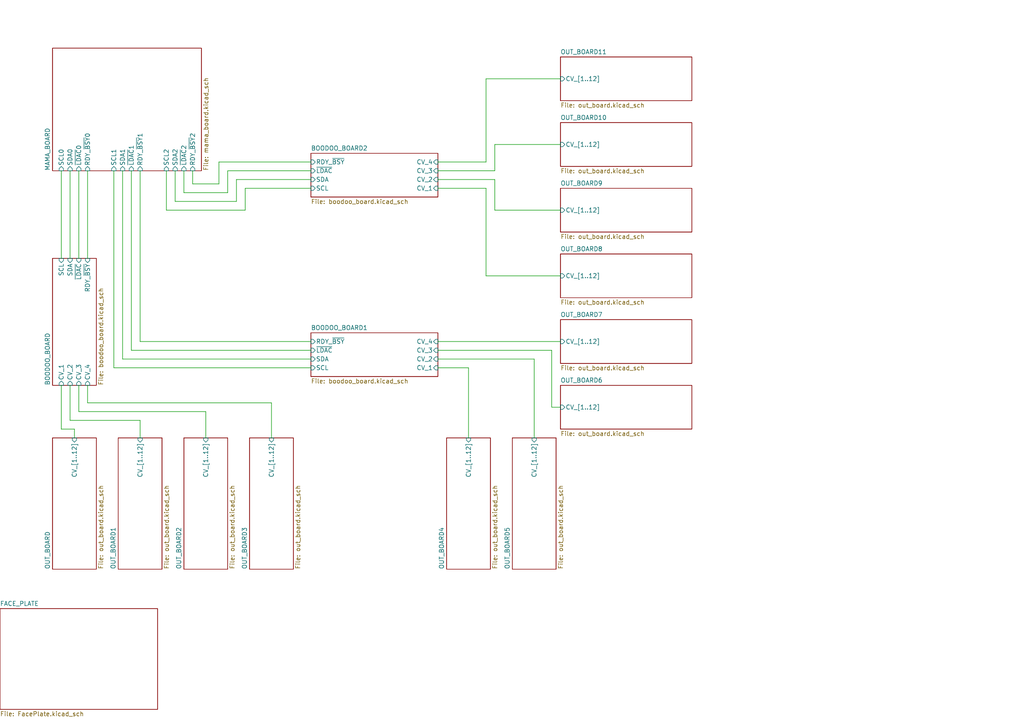
<source format=kicad_sch>
(kicad_sch
	(version 20231120)
	(generator "eeschema")
	(generator_version "8.0")
	(uuid "01709e3c-d295-4eba-a9f6-77b38e73bd4a")
	(paper "A4")
	(title_block
		(title "MasterOfMuppets")
		(date "localtime();")
		(rev "0.0.0")
		(company "y3i12")
	)
	(lib_symbols)
	(wire
		(pts
			(xy 127 99.06) (xy 162.56 99.06)
		)
		(stroke
			(width 0)
			(type default)
		)
		(uuid "02ac4edb-8a9e-42f9-aa9b-f5600163d983")
	)
	(wire
		(pts
			(xy 25.4 111.76) (xy 25.4 116.84)
		)
		(stroke
			(width 0)
			(type default)
		)
		(uuid "0d39066c-ee8b-4a70-acca-862d5977181d")
	)
	(wire
		(pts
			(xy 66.04 49.53) (xy 90.17 49.53)
		)
		(stroke
			(width 0)
			(type default)
		)
		(uuid "0f6a2e9a-c8d7-433d-8a44-8acd54d18734")
	)
	(wire
		(pts
			(xy 33.02 106.68) (xy 33.02 49.53)
		)
		(stroke
			(width 0)
			(type default)
		)
		(uuid "193e3741-99d4-4a50-bc35-e1a4942f500a")
	)
	(wire
		(pts
			(xy 127 46.99) (xy 140.97 46.99)
		)
		(stroke
			(width 0)
			(type default)
		)
		(uuid "1a099976-cf50-4ec7-b5f1-3ac04d8e299b")
	)
	(wire
		(pts
			(xy 127 104.14) (xy 154.94 104.14)
		)
		(stroke
			(width 0)
			(type default)
		)
		(uuid "1a957fbc-5e04-4701-a6fa-17ea811f50a7")
	)
	(wire
		(pts
			(xy 127 54.61) (xy 140.97 54.61)
		)
		(stroke
			(width 0)
			(type default)
		)
		(uuid "20467503-66e9-45a8-b2ba-f0e11bc18b60")
	)
	(wire
		(pts
			(xy 55.88 49.53) (xy 55.88 53.34)
		)
		(stroke
			(width 0)
			(type default)
		)
		(uuid "23dd6729-0455-4a77-b9e0-d853040783d3")
	)
	(wire
		(pts
			(xy 35.56 104.14) (xy 35.56 49.53)
		)
		(stroke
			(width 0)
			(type default)
		)
		(uuid "299d9b41-2260-4c5f-9b8a-98246ed3886c")
	)
	(wire
		(pts
			(xy 135.89 106.68) (xy 135.89 127)
		)
		(stroke
			(width 0)
			(type default)
		)
		(uuid "2a5c6fe8-1b32-41a8-9f68-8716b7ab5ce3")
	)
	(wire
		(pts
			(xy 90.17 101.6) (xy 38.1 101.6)
		)
		(stroke
			(width 0)
			(type default)
		)
		(uuid "2d63168e-9aee-4333-82d7-a3247e61245d")
	)
	(wire
		(pts
			(xy 22.86 49.53) (xy 22.86 74.93)
		)
		(stroke
			(width 0)
			(type default)
		)
		(uuid "32f15452-25d8-4671-af42-2bcc6479e4fa")
	)
	(wire
		(pts
			(xy 140.97 46.99) (xy 140.97 22.86)
		)
		(stroke
			(width 0)
			(type default)
		)
		(uuid "3428a408-4a36-4a6e-b987-d07ad129b202")
	)
	(wire
		(pts
			(xy 90.17 106.68) (xy 33.02 106.68)
		)
		(stroke
			(width 0)
			(type default)
		)
		(uuid "36a42d72-2af4-4bc6-bef5-af0f88004d75")
	)
	(wire
		(pts
			(xy 53.34 49.53) (xy 53.34 55.88)
		)
		(stroke
			(width 0)
			(type default)
		)
		(uuid "39c3ee06-52fb-471c-a4f2-e57ae0a1b80a")
	)
	(wire
		(pts
			(xy 20.32 111.76) (xy 20.32 121.92)
		)
		(stroke
			(width 0)
			(type default)
		)
		(uuid "3ee4aad5-b003-4798-ab1d-38080745266d")
	)
	(wire
		(pts
			(xy 78.74 116.84) (xy 78.74 127)
		)
		(stroke
			(width 0)
			(type default)
		)
		(uuid "3f39fcef-b89c-42a2-ad03-8d46ef637138")
	)
	(wire
		(pts
			(xy 66.04 55.88) (xy 66.04 49.53)
		)
		(stroke
			(width 0)
			(type default)
		)
		(uuid "40a9361a-e0cb-4fc0-b5a3-a581551693c3")
	)
	(wire
		(pts
			(xy 63.5 46.99) (xy 90.17 46.99)
		)
		(stroke
			(width 0)
			(type default)
		)
		(uuid "49b21310-7ae4-40c4-b66d-636849ee4f55")
	)
	(wire
		(pts
			(xy 90.17 104.14) (xy 35.56 104.14)
		)
		(stroke
			(width 0)
			(type default)
		)
		(uuid "4ed01faa-2f17-4582-93c7-1ed08625208e")
	)
	(wire
		(pts
			(xy 140.97 22.86) (xy 162.56 22.86)
		)
		(stroke
			(width 0)
			(type default)
		)
		(uuid "4f7bd361-1e9d-4600-8e95-f66cec923620")
	)
	(wire
		(pts
			(xy 140.97 54.61) (xy 140.97 80.01)
		)
		(stroke
			(width 0)
			(type default)
		)
		(uuid "50ea048b-71c5-44ab-8798-075ac34e426c")
	)
	(wire
		(pts
			(xy 53.34 55.88) (xy 66.04 55.88)
		)
		(stroke
			(width 0)
			(type default)
		)
		(uuid "526129d7-c59a-4818-ae1e-57082852b536")
	)
	(wire
		(pts
			(xy 50.8 49.53) (xy 50.8 58.42)
		)
		(stroke
			(width 0)
			(type default)
		)
		(uuid "5a60a003-3094-43b7-90b4-1d25beb26d0d")
	)
	(wire
		(pts
			(xy 55.88 53.34) (xy 63.5 53.34)
		)
		(stroke
			(width 0)
			(type default)
		)
		(uuid "64a673dd-031b-43b2-8a97-48380fc34dfe")
	)
	(wire
		(pts
			(xy 127 49.53) (xy 143.51 49.53)
		)
		(stroke
			(width 0)
			(type default)
		)
		(uuid "7137844f-7b15-47b2-a85b-f3017d42daec")
	)
	(wire
		(pts
			(xy 20.32 49.53) (xy 20.32 74.93)
		)
		(stroke
			(width 0)
			(type default)
		)
		(uuid "7370b211-c105-4869-8528-2ede4056a13e")
	)
	(wire
		(pts
			(xy 154.94 104.14) (xy 154.94 127)
		)
		(stroke
			(width 0)
			(type default)
		)
		(uuid "77195790-a8da-44c8-9e86-7d73c810cac0")
	)
	(wire
		(pts
			(xy 22.86 119.38) (xy 59.69 119.38)
		)
		(stroke
			(width 0)
			(type default)
		)
		(uuid "7a4f4419-cf3b-4b55-81b6-943e9f7b4097")
	)
	(wire
		(pts
			(xy 40.64 121.92) (xy 40.64 127)
		)
		(stroke
			(width 0)
			(type default)
		)
		(uuid "7f08a70b-4541-42fd-b1ab-cd3c30fd5a8e")
	)
	(wire
		(pts
			(xy 59.69 119.38) (xy 59.69 127)
		)
		(stroke
			(width 0)
			(type default)
		)
		(uuid "8100407a-1880-4a39-a361-f87e30e92c41")
	)
	(wire
		(pts
			(xy 40.64 99.06) (xy 40.64 49.53)
		)
		(stroke
			(width 0)
			(type default)
		)
		(uuid "86120931-8512-4015-87f1-7d3318df589f")
	)
	(wire
		(pts
			(xy 90.17 99.06) (xy 40.64 99.06)
		)
		(stroke
			(width 0)
			(type default)
		)
		(uuid "8b3baaad-5ade-410c-957d-612add6ba5fe")
	)
	(wire
		(pts
			(xy 143.51 41.91) (xy 162.56 41.91)
		)
		(stroke
			(width 0)
			(type default)
		)
		(uuid "8caf4ba1-b507-4a20-b593-fdab3ac867e8")
	)
	(wire
		(pts
			(xy 21.59 124.46) (xy 21.59 127)
		)
		(stroke
			(width 0)
			(type default)
		)
		(uuid "8cef50e7-1d21-4a0c-ad59-591e8c4b57ad")
	)
	(wire
		(pts
			(xy 17.78 111.76) (xy 17.78 124.46)
		)
		(stroke
			(width 0)
			(type default)
		)
		(uuid "8e34581e-f4ab-4929-ae63-77835f9db992")
	)
	(wire
		(pts
			(xy 22.86 111.76) (xy 22.86 119.38)
		)
		(stroke
			(width 0)
			(type default)
		)
		(uuid "93d0aa1c-1644-4acb-8e73-4e476f11eb84")
	)
	(wire
		(pts
			(xy 143.51 60.96) (xy 162.56 60.96)
		)
		(stroke
			(width 0)
			(type default)
		)
		(uuid "9625bdc9-e8be-4ae0-bf3c-4f2e9f264e99")
	)
	(wire
		(pts
			(xy 71.12 54.61) (xy 90.17 54.61)
		)
		(stroke
			(width 0)
			(type default)
		)
		(uuid "9664b2ae-c61f-4cfa-912f-51c53d361e62")
	)
	(wire
		(pts
			(xy 68.58 58.42) (xy 68.58 52.07)
		)
		(stroke
			(width 0)
			(type default)
		)
		(uuid "9a9cd9d0-069d-4085-ad10-82552be5912d")
	)
	(wire
		(pts
			(xy 143.51 49.53) (xy 143.51 41.91)
		)
		(stroke
			(width 0)
			(type default)
		)
		(uuid "9c10007f-3ee1-4de2-87ac-4bafac426f98")
	)
	(wire
		(pts
			(xy 143.51 52.07) (xy 143.51 60.96)
		)
		(stroke
			(width 0)
			(type default)
		)
		(uuid "9c18ee29-8df6-48e3-82ef-c4428b37ad28")
	)
	(wire
		(pts
			(xy 127 52.07) (xy 143.51 52.07)
		)
		(stroke
			(width 0)
			(type default)
		)
		(uuid "9d56fb23-e755-4676-b807-ec6020b84110")
	)
	(wire
		(pts
			(xy 50.8 58.42) (xy 68.58 58.42)
		)
		(stroke
			(width 0)
			(type default)
		)
		(uuid "a47e02ef-8f2c-4b1c-998f-aadd6e7e0a33")
	)
	(wire
		(pts
			(xy 17.78 49.53) (xy 17.78 74.93)
		)
		(stroke
			(width 0)
			(type default)
		)
		(uuid "a49803f1-7b92-48bb-b9f0-9efbbc9b9bd8")
	)
	(wire
		(pts
			(xy 71.12 60.96) (xy 71.12 54.61)
		)
		(stroke
			(width 0)
			(type default)
		)
		(uuid "a4f8e482-aab0-4cf6-9d0e-454fadb7308e")
	)
	(wire
		(pts
			(xy 68.58 52.07) (xy 90.17 52.07)
		)
		(stroke
			(width 0)
			(type default)
		)
		(uuid "a796a848-caa8-445f-90ad-fbe470dfeb90")
	)
	(wire
		(pts
			(xy 17.78 124.46) (xy 21.59 124.46)
		)
		(stroke
			(width 0)
			(type default)
		)
		(uuid "a8aaffe1-53f1-45ff-958f-d0364757c4e4")
	)
	(wire
		(pts
			(xy 127 106.68) (xy 135.89 106.68)
		)
		(stroke
			(width 0)
			(type default)
		)
		(uuid "a94d757b-b82c-4b9a-a129-b6206daa6846")
	)
	(wire
		(pts
			(xy 48.26 60.96) (xy 71.12 60.96)
		)
		(stroke
			(width 0)
			(type default)
		)
		(uuid "adc2c629-ba5f-4faf-9ad0-fcac939b13f9")
	)
	(wire
		(pts
			(xy 160.02 118.11) (xy 162.56 118.11)
		)
		(stroke
			(width 0)
			(type default)
		)
		(uuid "afaecd52-61c3-4092-b8b2-85da2b8e410c")
	)
	(wire
		(pts
			(xy 38.1 101.6) (xy 38.1 49.53)
		)
		(stroke
			(width 0)
			(type default)
		)
		(uuid "b82e681b-d5b4-427c-8c1c-9cd6b707ab41")
	)
	(wire
		(pts
			(xy 20.32 121.92) (xy 40.64 121.92)
		)
		(stroke
			(width 0)
			(type default)
		)
		(uuid "be00a4eb-1f79-42f1-aac1-002939441464")
	)
	(wire
		(pts
			(xy 48.26 49.53) (xy 48.26 60.96)
		)
		(stroke
			(width 0)
			(type default)
		)
		(uuid "c1772bc4-dad3-4043-abb6-20084c769916")
	)
	(wire
		(pts
			(xy 25.4 49.53) (xy 25.4 74.93)
		)
		(stroke
			(width 0)
			(type default)
		)
		(uuid "c262b541-7fd1-44a2-85d5-d473041a3e50")
	)
	(wire
		(pts
			(xy 25.4 116.84) (xy 78.74 116.84)
		)
		(stroke
			(width 0)
			(type default)
		)
		(uuid "c5398513-15b8-4edb-97e7-865ca8392fee")
	)
	(wire
		(pts
			(xy 127 101.6) (xy 160.02 101.6)
		)
		(stroke
			(width 0)
			(type default)
		)
		(uuid "d00ce7e8-95fb-4132-b57a-0b4054819425")
	)
	(wire
		(pts
			(xy 160.02 101.6) (xy 160.02 118.11)
		)
		(stroke
			(width 0)
			(type default)
		)
		(uuid "ddb68426-7edf-4551-80f1-fde72f803842")
	)
	(wire
		(pts
			(xy 140.97 80.01) (xy 162.56 80.01)
		)
		(stroke
			(width 0)
			(type default)
		)
		(uuid "ebeb7ed7-5d45-4745-afde-7ae9740737ce")
	)
	(wire
		(pts
			(xy 63.5 53.34) (xy 63.5 46.99)
		)
		(stroke
			(width 0)
			(type default)
		)
		(uuid "ee9619d3-97e0-43aa-b25e-55d2126c25f1")
	)
	(sheet
		(at 162.56 54.61)
		(size 38.1 12.7)
		(fields_autoplaced yes)
		(stroke
			(width 0.1524)
			(type solid)
		)
		(fill
			(color 0 0 0 0.0000)
		)
		(uuid "0837d1e8-7c7b-4406-8494-17fb59d5c21b")
		(property "Sheetname" "OUT_BOARD9"
			(at 162.56 53.8984 0)
			(effects
				(font
					(size 1.27 1.27)
				)
				(justify left bottom)
			)
		)
		(property "Sheetfile" "out_board.kicad_sch"
			(at 162.56 67.8946 0)
			(effects
				(font
					(size 1.27 1.27)
				)
				(justify left top)
			)
		)
		(pin "CV_[1..12]" input
			(at 162.56 60.96 180)
			(effects
				(font
					(size 1.27 1.27)
				)
				(justify left)
			)
			(uuid "ee3df290-3bd0-4e25-a466-0ee53c1ddc6a")
		)
		(instances
			(project "MasterOfMuppets"
				(path "/01709e3c-d295-4eba-a9f6-77b38e73bd4a"
					(page "15")
				)
			)
		)
	)
	(sheet
		(at 90.17 44.45)
		(size 36.83 12.7)
		(fields_autoplaced yes)
		(stroke
			(width 0.1524)
			(type solid)
		)
		(fill
			(color 0 0 0 0.0000)
		)
		(uuid "29fb0b14-0262-4403-a2e8-21356c9efd47")
		(property "Sheetname" "BOODOO_BOARD2"
			(at 90.17 43.7384 0)
			(effects
				(font
					(size 1.27 1.27)
				)
				(justify left bottom)
			)
		)
		(property "Sheetfile" "boodoo_board.kicad_sch"
			(at 90.17 57.7346 0)
			(effects
				(font
					(size 1.27 1.27)
				)
				(justify left top)
			)
		)
		(pin "CV_1" input
			(at 127 54.61 0)
			(effects
				(font
					(size 1.27 1.27)
				)
				(justify right)
			)
			(uuid "0b4d0634-21be-4b28-8177-24759379ee46")
		)
		(pin "CV_4" input
			(at 127 46.99 0)
			(effects
				(font
					(size 1.27 1.27)
				)
				(justify right)
			)
			(uuid "50a70cd0-b799-4b5c-8eff-706ddb5760d1")
		)
		(pin "CV_3" input
			(at 127 49.53 0)
			(effects
				(font
					(size 1.27 1.27)
				)
				(justify right)
			)
			(uuid "16065955-3679-4196-b114-55067ffcba30")
		)
		(pin "CV_2" input
			(at 127 52.07 0)
			(effects
				(font
					(size 1.27 1.27)
				)
				(justify right)
			)
			(uuid "88c4ddbf-d539-4a83-b17d-3ac537e6b0fa")
		)
		(pin "~{LDAC}" input
			(at 90.17 49.53 180)
			(effects
				(font
					(size 1.27 1.27)
				)
				(justify left)
			)
			(uuid "3ecf85ad-404e-4c15-a408-147b62466d85")
		)
		(pin "SDA" input
			(at 90.17 52.07 180)
			(effects
				(font
					(size 1.27 1.27)
				)
				(justify left)
			)
			(uuid "9eb39d24-6f37-4566-b64a-3be86b787485")
		)
		(pin "RDY_~{BSY}" input
			(at 90.17 46.99 180)
			(effects
				(font
					(size 1.27 1.27)
				)
				(justify left)
			)
			(uuid "1a5c6ff8-a257-46ca-a389-5efd0bfb15f6")
		)
		(pin "SCL" input
			(at 90.17 54.61 180)
			(effects
				(font
					(size 1.27 1.27)
				)
				(justify left)
			)
			(uuid "6c57f9f8-9afb-4bdc-8ac9-0b7fa9dec003")
		)
		(instances
			(project "MasterOfMuppets"
				(path "/01709e3c-d295-4eba-a9f6-77b38e73bd4a"
					(page "6")
				)
			)
		)
	)
	(sheet
		(at 15.24 127)
		(size 12.7 38.1)
		(fields_autoplaced yes)
		(stroke
			(width 0.1524)
			(type solid)
		)
		(fill
			(color 0 0 0 0.0000)
		)
		(uuid "36af3a73-cfb6-4636-bb57-be4bb7b89f09")
		(property "Sheetname" "OUT_BOARD"
			(at 14.5284 165.1 90)
			(effects
				(font
					(size 1.27 1.27)
				)
				(justify left bottom)
			)
		)
		(property "Sheetfile" "out_board.kicad_sch"
			(at 28.5246 165.1 90)
			(effects
				(font
					(size 1.27 1.27)
				)
				(justify left top)
			)
		)
		(pin "CV_[1..12]" input
			(at 21.59 127 90)
			(effects
				(font
					(size 1.27 1.27)
				)
				(justify right)
			)
			(uuid "cd0f67b9-ad33-4419-b635-2632aae711d2")
		)
		(instances
			(project "MasterOfMuppets"
				(path "/01709e3c-d295-4eba-a9f6-77b38e73bd4a"
					(page "3")
				)
			)
		)
	)
	(sheet
		(at 162.56 111.76)
		(size 38.1 12.7)
		(fields_autoplaced yes)
		(stroke
			(width 0.1524)
			(type solid)
		)
		(fill
			(color 0 0 0 0.0000)
		)
		(uuid "393e1fde-6ba8-42a2-bf6b-b109aeb83e09")
		(property "Sheetname" "OUT_BOARD6"
			(at 162.56 111.0484 0)
			(effects
				(font
					(size 1.27 1.27)
				)
				(justify left bottom)
			)
		)
		(property "Sheetfile" "out_board.kicad_sch"
			(at 162.56 125.0446 0)
			(effects
				(font
					(size 1.27 1.27)
				)
				(justify left top)
			)
		)
		(pin "CV_[1..12]" input
			(at 162.56 118.11 180)
			(effects
				(font
					(size 1.27 1.27)
				)
				(justify left)
			)
			(uuid "f524cf58-bddd-4746-b0d2-8b3097c65e1e")
		)
		(instances
			(project "MasterOfMuppets"
				(path "/01709e3c-d295-4eba-a9f6-77b38e73bd4a"
					(page "12")
				)
			)
		)
	)
	(sheet
		(at 148.59 127)
		(size 12.7 38.1)
		(fields_autoplaced yes)
		(stroke
			(width 0.1524)
			(type solid)
		)
		(fill
			(color 0 0 0 0.0000)
		)
		(uuid "510de3e6-6603-4e39-950a-06a989c582e1")
		(property "Sheetname" "OUT_BOARD5"
			(at 147.8784 165.1 90)
			(effects
				(font
					(size 1.27 1.27)
				)
				(justify left bottom)
			)
		)
		(property "Sheetfile" "out_board.kicad_sch"
			(at 161.8746 165.1 90)
			(effects
				(font
					(size 1.27 1.27)
				)
				(justify left top)
			)
		)
		(pin "CV_[1..12]" input
			(at 154.94 127 90)
			(effects
				(font
					(size 1.27 1.27)
				)
				(justify right)
			)
			(uuid "7df1a3f0-2391-4768-a25f-fdef3b5931f8")
		)
		(instances
			(project "MasterOfMuppets"
				(path "/01709e3c-d295-4eba-a9f6-77b38e73bd4a"
					(page "11")
				)
			)
		)
	)
	(sheet
		(at 90.17 96.52)
		(size 36.83 12.7)
		(fields_autoplaced yes)
		(stroke
			(width 0.1524)
			(type solid)
		)
		(fill
			(color 0 0 0 0.0000)
		)
		(uuid "5e8e99da-91a8-42d3-9874-13fc89de7535")
		(property "Sheetname" "BOODOO_BOARD1"
			(at 90.17 95.8084 0)
			(effects
				(font
					(size 1.27 1.27)
				)
				(justify left bottom)
			)
		)
		(property "Sheetfile" "boodoo_board.kicad_sch"
			(at 90.17 109.8046 0)
			(effects
				(font
					(size 1.27 1.27)
				)
				(justify left top)
			)
		)
		(pin "CV_1" input
			(at 127 106.68 0)
			(effects
				(font
					(size 1.27 1.27)
				)
				(justify right)
			)
			(uuid "7c60126e-653e-496b-8599-92b952bf59cc")
		)
		(pin "CV_4" input
			(at 127 99.06 0)
			(effects
				(font
					(size 1.27 1.27)
				)
				(justify right)
			)
			(uuid "5f7c48f7-4bf4-43de-a340-e0c879ea9841")
		)
		(pin "CV_3" input
			(at 127 101.6 0)
			(effects
				(font
					(size 1.27 1.27)
				)
				(justify right)
			)
			(uuid "c81390be-6332-4ac4-bba4-f2f4895e311d")
		)
		(pin "CV_2" input
			(at 127 104.14 0)
			(effects
				(font
					(size 1.27 1.27)
				)
				(justify right)
			)
			(uuid "8f02f555-f427-4b31-b502-6c6c58e4b28e")
		)
		(pin "~{LDAC}" input
			(at 90.17 101.6 180)
			(effects
				(font
					(size 1.27 1.27)
				)
				(justify left)
			)
			(uuid "8235d7b2-7869-4e22-a089-bb0aff6345f3")
		)
		(pin "SDA" input
			(at 90.17 104.14 180)
			(effects
				(font
					(size 1.27 1.27)
				)
				(justify left)
			)
			(uuid "50023d18-6566-4bd6-a869-f23cde2b9910")
		)
		(pin "RDY_~{BSY}" input
			(at 90.17 99.06 180)
			(effects
				(font
					(size 1.27 1.27)
				)
				(justify left)
			)
			(uuid "95785496-ebfb-4a96-a79a-a43806649eda")
		)
		(pin "SCL" input
			(at 90.17 106.68 180)
			(effects
				(font
					(size 1.27 1.27)
				)
				(justify left)
			)
			(uuid "d13f4980-2f18-4523-8d00-a61f61a39b65")
		)
		(instances
			(project "MasterOfMuppets"
				(path "/01709e3c-d295-4eba-a9f6-77b38e73bd4a"
					(page "4")
				)
			)
		)
	)
	(sheet
		(at 15.24 74.93)
		(size 12.7 36.83)
		(fields_autoplaced yes)
		(stroke
			(width 0.1524)
			(type solid)
		)
		(fill
			(color 0 0 0 0.0000)
		)
		(uuid "60709206-8158-4f80-9acc-4f76df38190b")
		(property "Sheetname" "BOODOO_BOARD"
			(at 14.5284 111.76 90)
			(effects
				(font
					(size 1.27 1.27)
				)
				(justify left bottom)
			)
		)
		(property "Sheetfile" "boodoo_board.kicad_sch"
			(at 28.5246 111.76 90)
			(effects
				(font
					(size 1.27 1.27)
				)
				(justify left top)
			)
		)
		(pin "CV_1" input
			(at 17.78 111.76 270)
			(effects
				(font
					(size 1.27 1.27)
				)
				(justify left)
			)
			(uuid "748a56c1-b199-4739-8220-7ea1f79a5837")
		)
		(pin "CV_4" input
			(at 25.4 111.76 270)
			(effects
				(font
					(size 1.27 1.27)
				)
				(justify left)
			)
			(uuid "4ce07b9d-770a-4c43-9abf-5e36514f7425")
		)
		(pin "CV_3" input
			(at 22.86 111.76 270)
			(effects
				(font
					(size 1.27 1.27)
				)
				(justify left)
			)
			(uuid "5cdcb902-ceba-417b-abb2-1fd7f895b5ea")
		)
		(pin "CV_2" input
			(at 20.32 111.76 270)
			(effects
				(font
					(size 1.27 1.27)
				)
				(justify left)
			)
			(uuid "75b86d38-59ac-43a1-b0be-90c6cbdc04e3")
		)
		(pin "~{LDAC}" input
			(at 22.86 74.93 90)
			(effects
				(font
					(size 1.27 1.27)
				)
				(justify right)
			)
			(uuid "71391916-4a19-4ef3-b067-251a52f5289f")
		)
		(pin "SDA" input
			(at 20.32 74.93 90)
			(effects
				(font
					(size 1.27 1.27)
				)
				(justify right)
			)
			(uuid "32847b4f-80d3-470b-b72e-6a69df62d334")
		)
		(pin "RDY_~{BSY}" input
			(at 25.4 74.93 90)
			(effects
				(font
					(size 1.27 1.27)
				)
				(justify right)
			)
			(uuid "273c6ab4-db7f-40f6-84bc-3e52cb1365c1")
		)
		(pin "SCL" input
			(at 17.78 74.93 90)
			(effects
				(font
					(size 1.27 1.27)
				)
				(justify right)
			)
			(uuid "472f2968-6fb2-463a-916a-4814d65926a2")
		)
		(instances
			(project "MasterOfMuppets"
				(path "/01709e3c-d295-4eba-a9f6-77b38e73bd4a"
					(page "2")
				)
			)
		)
	)
	(sheet
		(at 53.34 127)
		(size 12.7 38.1)
		(fields_autoplaced yes)
		(stroke
			(width 0.1524)
			(type solid)
		)
		(fill
			(color 0 0 0 0.0000)
		)
		(uuid "7360befe-3826-4d10-802c-8246e9a9734d")
		(property "Sheetname" "OUT_BOARD2"
			(at 52.6284 165.1 90)
			(effects
				(font
					(size 1.27 1.27)
				)
				(justify left bottom)
			)
		)
		(property "Sheetfile" "out_board.kicad_sch"
			(at 66.6246 165.1 90)
			(effects
				(font
					(size 1.27 1.27)
				)
				(justify left top)
			)
		)
		(pin "CV_[1..12]" input
			(at 59.69 127 90)
			(effects
				(font
					(size 1.27 1.27)
				)
				(justify right)
			)
			(uuid "a6814dd2-d29b-4537-82dc-45a0b1db7b1e")
		)
		(instances
			(project "MasterOfMuppets"
				(path "/01709e3c-d295-4eba-a9f6-77b38e73bd4a"
					(page "8")
				)
			)
		)
	)
	(sheet
		(at 15.24 13.97)
		(size 43.18 35.56)
		(fields_autoplaced yes)
		(stroke
			(width 0.1524)
			(type solid)
		)
		(fill
			(color 0 0 0 0.0000)
		)
		(uuid "9146edb4-d9ec-4eb9-99ec-c7182bcc31c9")
		(property "Sheetname" "MAMA_BOARD"
			(at 14.5284 49.53 90)
			(effects
				(font
					(size 1.27 1.27)
				)
				(justify left bottom)
			)
		)
		(property "Sheetfile" "mama_board.kicad_sch"
			(at 59.0046 49.53 90)
			(effects
				(font
					(size 1.27 1.27)
				)
				(justify left top)
			)
		)
		(pin "SDA0" input
			(at 20.32 49.53 270)
			(effects
				(font
					(size 1.27 1.27)
				)
				(justify left)
			)
			(uuid "2edba29d-a625-4a92-a662-73c00d6fe87f")
		)
		(pin "SDA1" input
			(at 35.56 49.53 270)
			(effects
				(font
					(size 1.27 1.27)
				)
				(justify left)
			)
			(uuid "8dd225ff-6b2e-477d-88db-eea856b0ba94")
		)
		(pin "SCL1" input
			(at 33.02 49.53 270)
			(effects
				(font
					(size 1.27 1.27)
				)
				(justify left)
			)
			(uuid "640330f6-c32e-46f0-a6ec-c506b5767d10")
		)
		(pin "SCL0" input
			(at 17.78 49.53 270)
			(effects
				(font
					(size 1.27 1.27)
				)
				(justify left)
			)
			(uuid "2b70f906-5e25-462c-83be-f19b55c2776c")
		)
		(pin "~{LDAC}2" input
			(at 53.34 49.53 270)
			(effects
				(font
					(size 1.27 1.27)
				)
				(justify left)
			)
			(uuid "8053c741-d082-4526-a3b2-6215339346ec")
		)
		(pin "RDY_~{BSY}0" input
			(at 25.4 49.53 270)
			(effects
				(font
					(size 1.27 1.27)
				)
				(justify left)
			)
			(uuid "32105094-a55e-4718-896d-31f283020798")
		)
		(pin "RDY_~{BSY}1" input
			(at 40.64 49.53 270)
			(effects
				(font
					(size 1.27 1.27)
				)
				(justify left)
			)
			(uuid "3c3c786f-4e4d-4804-b43e-0d850eb36a6a")
		)
		(pin "RDY_~{BSY}2" input
			(at 55.88 49.53 270)
			(effects
				(font
					(size 1.27 1.27)
				)
				(justify left)
			)
			(uuid "dbf1e864-643d-44ce-b85e-ee7e6b8ea519")
		)
		(pin "~{LDAC}1" input
			(at 38.1 49.53 270)
			(effects
				(font
					(size 1.27 1.27)
				)
				(justify left)
			)
			(uuid "afa1158c-9798-45ed-be2e-4f6dd0436af8")
		)
		(pin "SCL2" input
			(at 48.26 49.53 270)
			(effects
				(font
					(size 1.27 1.27)
				)
				(justify left)
			)
			(uuid "bb89c15d-7b0c-4d3d-9270-e038c629c371")
		)
		(pin "SDA2" input
			(at 50.8 49.53 270)
			(effects
				(font
					(size 1.27 1.27)
				)
				(justify left)
			)
			(uuid "664eece3-fe1c-435f-8dfd-da4730b42874")
		)
		(pin "~{LDAC}0" input
			(at 22.86 49.53 270)
			(effects
				(font
					(size 1.27 1.27)
				)
				(justify left)
			)
			(uuid "01170bf3-59c4-440b-a483-629607bf510e")
		)
		(instances
			(project "MasterOfMuppets"
				(path "/01709e3c-d295-4eba-a9f6-77b38e73bd4a"
					(page "1")
				)
			)
		)
	)
	(sheet
		(at 162.56 73.66)
		(size 38.1 12.7)
		(fields_autoplaced yes)
		(stroke
			(width 0.1524)
			(type solid)
		)
		(fill
			(color 0 0 0 0.0000)
		)
		(uuid "9f72af4d-d525-4df9-8c53-55d21f56ffcf")
		(property "Sheetname" "OUT_BOARD8"
			(at 162.56 72.9484 0)
			(effects
				(font
					(size 1.27 1.27)
				)
				(justify left bottom)
			)
		)
		(property "Sheetfile" "out_board.kicad_sch"
			(at 162.56 86.9446 0)
			(effects
				(font
					(size 1.27 1.27)
				)
				(justify left top)
			)
		)
		(pin "CV_[1..12]" input
			(at 162.56 80.01 180)
			(effects
				(font
					(size 1.27 1.27)
				)
				(justify left)
			)
			(uuid "15d943fc-ef00-4430-be28-5cbcd9f9f490")
		)
		(instances
			(project "MasterOfMuppets"
				(path "/01709e3c-d295-4eba-a9f6-77b38e73bd4a"
					(page "14")
				)
			)
		)
	)
	(sheet
		(at 162.56 16.51)
		(size 38.1 12.7)
		(fields_autoplaced yes)
		(stroke
			(width 0.1524)
			(type solid)
		)
		(fill
			(color 0 0 0 0.0000)
		)
		(uuid "a01e1cee-f659-4177-8d90-4d50a13243ba")
		(property "Sheetname" "OUT_BOARD11"
			(at 162.56 15.7984 0)
			(effects
				(font
					(size 1.27 1.27)
				)
				(justify left bottom)
			)
		)
		(property "Sheetfile" "out_board.kicad_sch"
			(at 162.56 29.7946 0)
			(effects
				(font
					(size 1.27 1.27)
				)
				(justify left top)
			)
		)
		(pin "CV_[1..12]" input
			(at 162.56 22.86 180)
			(effects
				(font
					(size 1.27 1.27)
				)
				(justify left)
			)
			(uuid "9aaa8cb2-c4bb-4be2-b631-bb81e9ac4361")
		)
		(instances
			(project "MasterOfMuppets"
				(path "/01709e3c-d295-4eba-a9f6-77b38e73bd4a"
					(page "17")
				)
			)
		)
	)
	(sheet
		(at 162.56 35.56)
		(size 38.1 12.7)
		(fields_autoplaced yes)
		(stroke
			(width 0.1524)
			(type solid)
		)
		(fill
			(color 0 0 0 0.0000)
		)
		(uuid "b9f30ca6-5edd-48d4-8e87-7d04cdaedfba")
		(property "Sheetname" "OUT_BOARD10"
			(at 162.56 34.8484 0)
			(effects
				(font
					(size 1.27 1.27)
				)
				(justify left bottom)
			)
		)
		(property "Sheetfile" "out_board.kicad_sch"
			(at 162.56 48.8446 0)
			(effects
				(font
					(size 1.27 1.27)
				)
				(justify left top)
			)
		)
		(pin "CV_[1..12]" input
			(at 162.56 41.91 180)
			(effects
				(font
					(size 1.27 1.27)
				)
				(justify left)
			)
			(uuid "bacebde6-214a-4c94-a610-768b5f9b537f")
		)
		(instances
			(project "MasterOfMuppets"
				(path "/01709e3c-d295-4eba-a9f6-77b38e73bd4a"
					(page "16")
				)
			)
		)
	)
	(sheet
		(at 129.54 127)
		(size 12.7 38.1)
		(fields_autoplaced yes)
		(stroke
			(width 0.1524)
			(type solid)
		)
		(fill
			(color 0 0 0 0.0000)
		)
		(uuid "ba3ec192-1fd8-4a14-aa6e-081fba87e0ef")
		(property "Sheetname" "OUT_BOARD4"
			(at 128.8284 165.1 90)
			(effects
				(font
					(size 1.27 1.27)
				)
				(justify left bottom)
			)
		)
		(property "Sheetfile" "out_board.kicad_sch"
			(at 142.8246 165.1 90)
			(effects
				(font
					(size 1.27 1.27)
				)
				(justify left top)
			)
		)
		(pin "CV_[1..12]" input
			(at 135.89 127 90)
			(effects
				(font
					(size 1.27 1.27)
				)
				(justify right)
			)
			(uuid "2b9485b4-f0cd-40bc-8a8c-59e2118ba8c6")
		)
		(instances
			(project "MasterOfMuppets"
				(path "/01709e3c-d295-4eba-a9f6-77b38e73bd4a"
					(page "10")
				)
			)
		)
	)
	(sheet
		(at 72.39 127)
		(size 12.7 38.1)
		(fields_autoplaced yes)
		(stroke
			(width 0.1524)
			(type solid)
		)
		(fill
			(color 0 0 0 0.0000)
		)
		(uuid "c861857b-3772-4ca9-9413-8c177b06aa70")
		(property "Sheetname" "OUT_BOARD3"
			(at 71.6784 165.1 90)
			(effects
				(font
					(size 1.27 1.27)
				)
				(justify left bottom)
			)
		)
		(property "Sheetfile" "out_board.kicad_sch"
			(at 85.6746 165.1 90)
			(effects
				(font
					(size 1.27 1.27)
				)
				(justify left top)
			)
		)
		(pin "CV_[1..12]" input
			(at 78.74 127 90)
			(effects
				(font
					(size 1.27 1.27)
				)
				(justify right)
			)
			(uuid "5a9df44c-93b6-4f15-a37a-139de31ee523")
		)
		(instances
			(project "MasterOfMuppets"
				(path "/01709e3c-d295-4eba-a9f6-77b38e73bd4a"
					(page "9")
				)
			)
		)
	)
	(sheet
		(at 162.56 92.71)
		(size 38.1 12.7)
		(fields_autoplaced yes)
		(stroke
			(width 0.1524)
			(type solid)
		)
		(fill
			(color 0 0 0 0.0000)
		)
		(uuid "cd31279c-222b-4662-be0f-052037f00edd")
		(property "Sheetname" "OUT_BOARD7"
			(at 162.56 91.9984 0)
			(effects
				(font
					(size 1.27 1.27)
				)
				(justify left bottom)
			)
		)
		(property "Sheetfile" "out_board.kicad_sch"
			(at 162.56 105.9946 0)
			(effects
				(font
					(size 1.27 1.27)
				)
				(justify left top)
			)
		)
		(pin "CV_[1..12]" input
			(at 162.56 99.06 180)
			(effects
				(font
					(size 1.27 1.27)
				)
				(justify left)
			)
			(uuid "916332f8-0a5f-46f0-b83e-08460dbb112c")
		)
		(instances
			(project "MasterOfMuppets"
				(path "/01709e3c-d295-4eba-a9f6-77b38e73bd4a"
					(page "13")
				)
			)
		)
	)
	(sheet
		(at 0 176.53)
		(size 45.72 29.21)
		(fields_autoplaced yes)
		(stroke
			(width 0.1524)
			(type solid)
		)
		(fill
			(color 0 0 0 0.0000)
		)
		(uuid "d99276d9-0772-4f67-a689-483e2c3f3142")
		(property "Sheetname" "FACE_PLATE"
			(at 0 175.8184 0)
			(effects
				(font
					(size 1.27 1.27)
				)
				(justify left bottom)
			)
		)
		(property "Sheetfile" "FacePlate.kicad_sch"
			(at 0 206.3246 0)
			(effects
				(font
					(size 1.27 1.27)
				)
				(justify left top)
			)
		)
		(instances
			(project "MasterOfMuppets"
				(path "/01709e3c-d295-4eba-a9f6-77b38e73bd4a"
					(page "5")
				)
			)
		)
	)
	(sheet
		(at 34.29 127)
		(size 12.7 38.1)
		(fields_autoplaced yes)
		(stroke
			(width 0.1524)
			(type solid)
		)
		(fill
			(color 0 0 0 0.0000)
		)
		(uuid "fd9ac3d0-2bcc-44f7-bcd2-0c9d95060714")
		(property "Sheetname" "OUT_BOARD1"
			(at 33.5784 165.1 90)
			(effects
				(font
					(size 1.27 1.27)
				)
				(justify left bottom)
			)
		)
		(property "Sheetfile" "out_board.kicad_sch"
			(at 47.5746 165.1 90)
			(effects
				(font
					(size 1.27 1.27)
				)
				(justify left top)
			)
		)
		(pin "CV_[1..12]" input
			(at 40.64 127 90)
			(effects
				(font
					(size 1.27 1.27)
				)
				(justify right)
			)
			(uuid "dcd1b732-675c-4544-9544-53bf0af2b510")
		)
		(instances
			(project "MasterOfMuppets"
				(path "/01709e3c-d295-4eba-a9f6-77b38e73bd4a"
					(page "7")
				)
			)
		)
	)
	(sheet_instances
		(path "/"
			(page "0")
		)
	)
)

</source>
